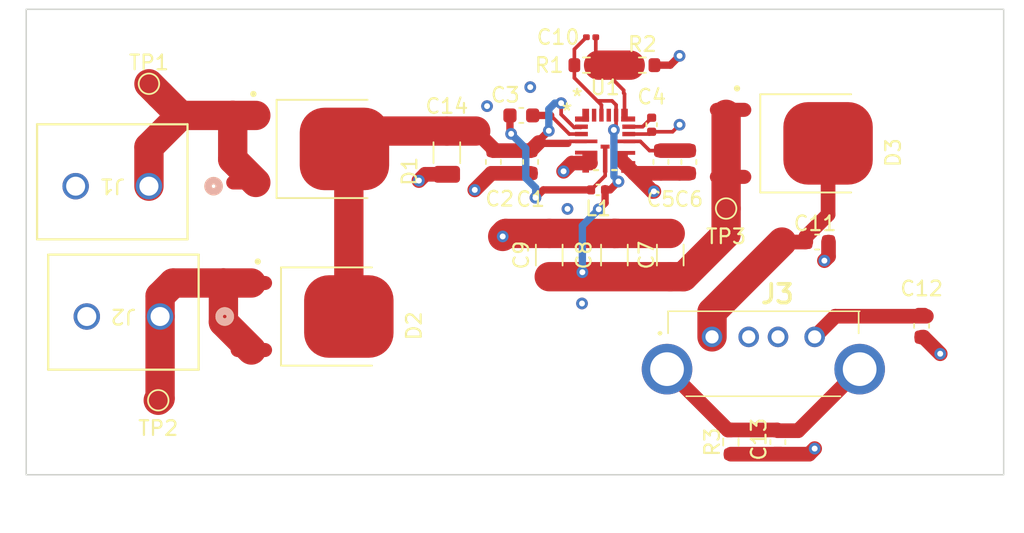
<source format=kicad_pcb>
(kicad_pcb (version 20221018) (generator pcbnew)
  (layers (0 "F.Cu" signal) (1 "In1.Cu" power) (2 "In2.Cu" power) (31 "B.Cu" signal) (34 "B.Paste" user) (35 "F.Paste" user) (36 "B.SilkS" user "B.Silkscreen") (37 "F.SilkS" user "F.Silkscreen") (38 "B.Mask" user) (39 "F.Mask" user) (44 "Edge.Cuts" user))
  (net 0 "")
  (net 1 "GND")
  (net 2 "Net-(D2-A-Pad1)")
  (net 3 "Net-(D1-K)")
  (net 4 "Net-(U1-BST)")
  (net 5 "Net-(U1-LX)")
  (net 6 "Net-(U1-BIAS)")
  (net 7 "Net-(C5-Pad1)")
  (net 8 "Net-(U1-OUT)")
  (net 9 "Net-(U1-FB)")
  (net 10 "Net-(D3-K)")
  (net 11 "Net-(C12-Pad2)")
  (net 12 "Net-(C13-Pad1)")
  (net 13 "Net-(D1-A-Pad1)")
  (footprint "Capacitor_SMD:C_1206_3216Metric" (layer "F.Cu") (at 183.515 110.744 -90)
    (fp_text reference "C8" (at 0 2.08 90) (layer "F.SilkS"))
    (fp_text value "100uF")
    (fp_line (start -0.711252 -0.91) (end 0.711252 -0.91) (stroke (width 0.12)) (layer "F.SilkS"))
    (fp_line (start -0.711252 0.91) (end 0.711252 0.91) (stroke (width 0.12)) (layer "F.SilkS"))
    (pad "1" smd roundrect (at -1.475 0 270) (size 1.15 1.8) (layers "F.Cu" "F.Paste" "F.Mask") (roundrect_rratio 0.2173913043) (net 1 "GND"))
    (pad "2" smd roundrect (at 1.475 0 270) (size 1.15 1.8) (layers "F.Cu" "F.Paste" "F.Mask") (roundrect_rratio 0.2173913043) (net 8 "Net-(U1-OUT)"))
  )
  (footprint "Capacitor_SMD:C_0603_1608Metric" (layer "F.Cu") (at 197.345 109.855)
    (fp_text reference "C11" (at -0.14 -1.27) (layer "F.SilkS"))
    (fp_text value "0.1uF")
    (fp_line (start -0.14058 -0.51) (end 0.14058 -0.51) (stroke (width 0.12)) (layer "F.SilkS"))
    (fp_line (start -0.14058 0.51) (end 0.14058 0.51) (stroke (width 0.12)) (layer "F.SilkS"))
    (pad "1" smd roundrect (at -0.775 0) (size 0.9 0.95) (layers "F.Cu" "F.Paste" "F.Mask") (net 10 "Net-(D3-K)"))
    (pad "2" smd roundrect (at 0.775 0) (size 0.9 0.95) (layers "F.Cu" "F.Paste" "F.Mask") (net 1 "GND"))
  )
  (footprint "Resistor_SMD:R_0603_1608Metric" (layer "F.Cu") (at 185.42 97.79)
    (fp_text reference "R2" (at 0 -1.43) (layer "F.SilkS"))
    (fp_text value "10k")
    (fp_line (start -0.237258 -0.5225) (end 0.237258 -0.5225) (stroke (width 0.12)) (layer "F.SilkS"))
    (fp_line (start -0.237258 0.5225) (end 0.237258 0.5225) (stroke (width 0.12)) (layer "F.SilkS"))
    (pad "1" smd roundrect (at -0.825 0) (size 0.8 0.95) (layers "F.Cu" "F.Paste" "F.Mask") (net 9 "Net-(U1-FB)"))
    (pad "2" smd roundrect (at 0.825 0) (size 0.8 0.95) (layers "F.Cu" "F.Paste" "F.Mask") (net 1 "GND"))
  )
  (footprint "buck_lib:DPAK228P990X239-4N" (layer "F.Cu") (at 162.59 103.505 -90)
    (fp_text reference "D1" (at 1.524 -6.955 90) (layer "F.SilkS"))
    (fp_text value "D_Schottky_AKA")
    (fp_line (start -3.35 2.115) (end -3.35 -4.085) (stroke (width 0.127)) (layer "F.SilkS"))
    (fp_line (start 3.35 -4.085) (end 3.35 2.115) (stroke (width 0.127)) (layer "F.SilkS"))
    (fp_line (start 3.35 2.115) (end -3.35 2.115) (stroke (width 0.127)) (layer "F.SilkS"))
    (fp_circle (center -3.75 3.7) (end -3.638197 3.7) (stroke (width 0.2)) (fill none) (layer "F.SilkS"))
    (pad "1" smd roundrect (at -2.286 4.14 270) (size 0.96 2.83) (layers "F.Cu" "F.Paste" "F.Mask") (roundrect_rratio 0.5) (net 13 "Net-(D1-A-Pad1)"))
    (pad "2" smd roundrect (at 0 -2.51 270) (size 5.63 6.1) (layers "F.Cu" "F.Mask") (roundrect_rratio 0.3) (net 3 "Net-(D1-K)"))
    (pad "3" smd roundrect (at 2.286 4.14 270) (size 0.96 2.83) (layers "F.Cu" "F.Paste" "F.Mask") (roundrect_rratio 0.5) (net 13 "Net-(D1-A-Pad1)"))
  )
  (footprint "Capacitor_SMD:C_0402_1005Metric" (layer "F.Cu") (at 186.055 101.854 -90)
    (fp_text reference "C4" (at -1.905 0 -180) (layer "F.SilkS"))
    (fp_text value "2.2uF")
    (fp_line (start -0.107836 -0.36) (end 0.107836 -0.36) (stroke (width 0.12)) (layer "F.SilkS"))
    (fp_line (start -0.107836 0.36) (end 0.107836 0.36) (stroke (width 0.12)) (layer "F.SilkS"))
    (pad "1" smd roundrect (at -0.48 0 270) (size 0.56 0.62) (layers "F.Cu" "F.Paste" "F.Mask") (net 6 "Net-(U1-BIAS)"))
    (pad "2" smd roundrect (at 0.48 0 270) (size 0.56 0.62) (layers "F.Cu" "F.Paste" "F.Mask") (net 1 "GND"))
  )
  (footprint "Capacitor_SMD:C_1206_3216Metric" (layer "F.Cu") (at 187.325 110.744 -90)
    (fp_text reference "C7" (at 0 1.62 90) (layer "F.SilkS"))
    (fp_text value "100uF")
    (fp_line (start -0.711252 -0.91) (end 0.711252 -0.91) (stroke (width 0.12)) (layer "F.SilkS"))
    (fp_line (start -0.711252 0.91) (end 0.711252 0.91) (stroke (width 0.12)) (layer "F.SilkS"))
    (pad "1" smd roundrect (at -1.475 0 270) (size 1.15 1.8) (layers "F.Cu" "F.Paste" "F.Mask") (roundrect_rratio 0.2173913043) (net 1 "GND"))
    (pad "2" smd roundrect (at 1.475 0 270) (size 1.15 1.8) (layers "F.Cu" "F.Paste" "F.Mask") (roundrect_rratio 0.2173913043) (net 8 "Net-(U1-OUT)"))
  )
  (footprint "Resistor_SMD:R_0603_1608Metric" (layer "F.Cu") (at 191.46 123.5 -90)
    (fp_text reference "R3" (at 0 1.27 90) (layer "F.SilkS"))
    (fp_text value "100k")
    (fp_line (start -0.237258 -0.5225) (end 0.237258 -0.5225) (stroke (width 0.12)) (layer "F.SilkS"))
    (fp_line (start -0.237258 0.5225) (end 0.237258 0.5225) (stroke (width 0.12)) (layer "F.SilkS"))
    (pad "1" smd roundrect (at -0.825 0 270) (size 0.8 0.95) (layers "F.Cu" "F.Paste" "F.Mask") (net 12 "Net-(C13-Pad1)"))
    (pad "2" smd roundrect (at 0.825 0 270) (size 0.8 0.95) (layers "F.Cu" "F.Paste" "F.Mask") (net 1 "GND"))
  )
  (footprint "MountingHole:MountingHole_2.2mm_M2" (layer "F.Cu") (at 147.87 121.36)
    (fp_text reference "H3")
    (fp_text value "MountingHole")
    (pad "" np_thru_hole circle (at 0 0) (size 2.2 2.2) (drill 2.2) (layers "*.Cu" "*.Mask"))
  )
  (footprint "Capacitor_SMD:C_0603_1608Metric" (layer "F.Cu") (at 194.665 123.5 -90)
    (fp_text reference "C13" (at -0.19 1.3 90) (layer "F.SilkS"))
    (fp_text value "0.1uF")
    (fp_line (start -0.14058 -0.51) (end 0.14058 -0.51) (stroke (width 0.12)) (layer "F.SilkS"))
    (fp_line (start -0.14058 0.51) (end 0.14058 0.51) (stroke (width 0.12)) (layer "F.SilkS"))
    (pad "1" smd roundrect (at -0.775 0 270) (size 0.9 0.95) (layers "F.Cu" "F.Paste" "F.Mask") (net 12 "Net-(C13-Pad1)"))
    (pad "2" smd roundrect (at 0.775 0 270) (size 0.9 0.95) (layers "F.Cu" "F.Paste" "F.Mask") (net 1 "GND"))
  )
  (footprint "Capacitor_SMD:C_0603_1608Metric" (layer "F.Cu") (at 204.47 115.57 90)
    (fp_text reference "C12" (at 2.54 0 180) (layer "F.SilkS"))
    (fp_text value "0.1uF")
    (fp_line (start -0.14058 -0.51) (end 0.14058 -0.51) (stroke (width 0.12)) (layer "F.SilkS"))
    (fp_line (start -0.14058 0.51) (end 0.14058 0.51) (stroke (width 0.12)) (layer "F.SilkS"))
    (pad "1" smd roundrect (at -0.775 0 90) (size 0.9 0.95) (layers "F.Cu" "F.Paste" "F.Mask") (net 1 "GND"))
    (pad "2" smd roundrect (at 0.775 0 90) (size 0.9 0.95) (layers "F.Cu" "F.Paste" "F.Mask") (net 11 "Net-(C12-Pad2)"))
  )
  (footprint "Capacitor_SMD:C_0603_1608Metric" (layer "F.Cu") (at 177.165 101.219 180)
    (fp_text reference "C3" (at 1.0922 1.397) (layer "F.SilkS"))
    (fp_text value "0.1uF")
    (fp_line (start -0.14058 -0.51) (end 0.14058 -0.51) (stroke (width 0.12)) (layer "F.SilkS"))
    (fp_line (start -0.14058 0.51) (end 0.14058 0.51) (stroke (width 0.12)) (layer "F.SilkS"))
    (pad "1" smd roundrect (at -0.775 0 180) (size 0.9 0.95) (layers "F.Cu" "F.Paste" "F.Mask") (net 4 "Net-(U1-BST)"))
    (pad "2" smd roundrect (at 0.775 0 180) (size 0.9 0.95) (layers "F.Cu" "F.Paste" "F.Mask") (net 5 "Net-(U1-LX)"))
  )
  (footprint "buck_lib:DPAK228P990X239-4N" (layer "F.Cu") (at 162.89 114.935 -90)
    (fp_text reference "D2" (at 0.635 -6.955 90) (layer "F.SilkS"))
    (fp_text value "D_Schottky_AKA")
    (fp_line (start -3.35 2.115) (end -3.35 -4.085) (stroke (width 0.127)) (layer "F.SilkS"))
    (fp_line (start 3.35 -4.085) (end 3.35 2.115) (stroke (width 0.127)) (layer "F.SilkS"))
    (fp_line (start 3.35 2.115) (end -3.35 2.115) (stroke (width 0.127)) (layer "F.SilkS"))
    (fp_circle (center -3.75 3.7) (end -3.638197 3.7) (stroke (width 0.2)) (fill none) (layer "F.SilkS"))
    (pad "1" smd roundrect (at -2.286 4.14 270) (size 0.96 2.83) (layers "F.Cu" "F.Paste" "F.Mask") (roundrect_rratio 0.5) (net 2 "Net-(D2-A-Pad1)"))
    (pad "2" smd roundrect (at 0 -2.51 270) (size 5.63 6.1) (layers "F.Cu" "F.Mask") (roundrect_rratio 0.3) (net 3 "Net-(D1-K)"))
    (pad "3" smd roundrect (at 2.286 4.14 270) (size 0.96 2.83) (layers "F.Cu" "F.Paste" "F.Mask") (roundrect_rratio 0.5) (net 2 "Net-(D2-A-Pad1)"))
  )
  (footprint "Capacitor_SMD:C_0201_0603Metric" (layer "F.Cu") (at 181.925 95.885)
    (fp_text reference "C10" (at -2.25 0) (layer "F.SilkS"))
    (fp_text value "56pF")
    (pad "1" smd roundrect (at -0.32 0) (size 0.46 0.4) (layers "F.Cu" "F.Mask") (net 8 "Net-(U1-OUT)"))
    (pad "2" smd roundrect (at 0.32 0) (size 0.46 0.4) (layers "F.Cu" "F.Mask") (net 9 "Net-(U1-FB)"))
  )
  (footprint "TestPoint:TestPoint_Pad_D1.0mm" (layer "F.Cu") (at 191.135 107.569)
    (fp_text reference "TP3" (at 0 1.905) (layer "F.SilkS"))
    (fp_text value "TestPoint")
    (fp_circle (center 0 0) (end 0 0.7) (stroke (width 0.12)) (fill none) (layer "F.SilkS"))
    (pad "1" smd circle (at 0 0) (size 1 1) (layers "F.Cu" "F.Mask") (net 8 "Net-(U1-OUT)"))
  )
  (footprint "buck_lib:CONN2_710002_WRE" (layer "F.Cu") (at 152.5251 114.935 180)
    (fp_text reference "J2" (at 2.5 0 180 unlocked) (layer "F.SilkS"))
    (fp_text value "691137710002")
    (fp_circle (center -4.4088 0) (end -4.0278 0) (stroke (width 0.508)) (fill none) (layer "B.SilkS"))
    (fp_line (start -2.6308 -3.627001) (end -2.6308 4.221599) (stroke (width 0.1524)) (layer "F.SilkS"))
    (fp_line (start -2.6308 4.221599) (end 7.6308 4.221599) (stroke (width 0.1524)) (layer "F.SilkS"))
    (fp_line (start 7.6308 -3.627001) (end -2.6308 -3.627001) (stroke (width 0.1524)) (layer "F.SilkS"))
    (fp_line (start 7.6308 4.221599) (end 7.6308 -3.627001) (stroke (width 0.1524)) (layer "F.SilkS"))
    (fp_circle (center -4.4088 0) (end -4.0278 0) (stroke (width 0.508)) (fill none) (layer "F.SilkS"))
    (pad "1" thru_hole circle (at 0 0 180) (size 1.8034 1.8034) (drill 1.2954) (layers "*.Cu" "*.Mask") (net 2 "Net-(D2-A-Pad1)"))
    (pad "2" thru_hole circle (at 5 0 180) (size 1.8034 1.8034) (drill 1.2954) (layers "*.Cu" "*.Mask") (net 1 "GND"))
  )
  (footprint "buck_lib:21-100700_90-100240_ADI" (layer "F.Cu") (at 182.88 102.939)
    (fp_text reference "U1" (at 0 -3.625 unlocked) (layer "F.SilkS"))
    (fp_text value "~")
    (fp_text user "*" (at -1.905 -2.99) (layer "F.SilkS"))
    (fp_text user "*" (at -2.6088 -1.9994 unlocked) (layer "F.SilkS"))
    (fp_line (start -0.48274 2.0066) (end -0.76726 2.0066) (stroke (width 0.1524)) (layer "F.SilkS"))
    (fp_line (start 0.76726 2.0066) (end 0.48274 2.0066) (stroke (width 0.1524)) (layer "F.SilkS"))
    (pad "1" smd rect (at -1.612499 -0.950001) (size 0.875005 0.299999) (layers "F.Cu" "F.Paste" "F.Mask") (net 3 "Net-(D1-K)"))
    (pad "2" smd rect (at -1.612499 -0.45) (size 0.875005 0.299999) (layers "F.Cu" "F.Paste" "F.Mask") (net 4 "Net-(U1-BST)"))
    (pad "3" smd rect (at -1.287499 0.049999) (size 1.524991 0.250012) (layers "F.Cu" "F.Paste" "F.Mask") (net 3 "Net-(D1-K)"))
    (pad "4" smd custom (at -1.287499 0.825001) (size 1.524991 0.250012) (layers "F.Cu" "F.Paste" "F.Mask") (net 1 "GND") (options (clearance outline) (anchor rect)) (primitives (gr_poly (pts (xy -0.761901 -0.139201) (xy -0.761901 0.110799) (xy -0.261901 0.110799) (xy -0.261901 0.560799) (xy -0.761901 0.560799) (xy -0.761901 0.810799) (xy -0.261901 0.810799) (xy -0.261901 1.355799) (xy 0.188099 1.355799) (xy 0.188099 0.810799) (xy 0.744349 0.810799) (xy 0.763099 0.792049) (xy 0.763099 -0.120451) (xy 0.744349 -0.139201)) (width 0) (fill yes))))
    (pad "5" smd rect (at -1.287499 1.525001) (size 1.524991 0.250012) (layers "F.Cu" "F.Paste" "F.Mask") (net 1 "GND"))
    (pad "6" smd custom (at 0.005 1.2275 90) (size 1.895 0.31) (layers "F.Cu" "F.Paste" "F.Mask") (net 5 "Net-(U1-LX)") (options (clearance outline) (anchor rect)) (primitives (gr_poly (pts (xy 0.9475 -0.305) (xy 0.9475 0.295) (xy 0.6875 0.295) (xy 0.6875 -0.305)) (width 0.01) (fill yes))))
    (pad "7" smd rect (at 1.287499 1.525001) (size 1.524991 0.250012) (layers "F.Cu" "F.Paste" "F.Mask") (net 1 "GND"))
    (pad "8" smd custom (at 1.29 0.84) (size 1.524991 0.250012) (layers "F.Cu" "F.Paste" "F.Mask") (net 1 "GND") (options (clearance outline) (anchor rect)) (primitives (gr_poly (pts (xy 0.761901 -0.139201) (xy 0.761901 0.110799) (xy 0.261901 0.110799) (xy 0.261901 0.560799) (xy 0.761901 0.560799) (xy 0.761901 0.810799) (xy 0.261901 0.810799) (xy 0.261901 1.355799) (xy -0.188099 1.355799) (xy -0.188099 0.810799) (xy -0.744349 0.810799) (xy -0.763099 0.792049) (xy -0.763099 -0.120451) (xy -0.744349 -0.139201)) (width 0) (fill yes))))
    (pad "9" smd rect (at 1.287499 0.049999) (size 1.524991 0.250012) (layers "F.Cu" "F.Paste" "F.Mask") (net 7 "Net-(C5-Pad1)"))
    (pad "10" smd rect (at 1.612499 -0.45) (size 0.875005 0.299999) (layers "F.Cu" "F.Paste" "F.Mask") (net 1 "GND"))
    (pad "11" smd rect (at 1.612499 -0.950001) (size 0.875005 0.299999) (layers "F.Cu" "F.Paste" "F.Mask") (net 6 "Net-(U1-BIAS)"))
    (pad "12" smd rect (at 1.325 -1.738749 90) (size 0.872502 0.449999) (layers "F.Cu" "F.Paste" "F.Mask") (net 9 "Net-(U1-FB)"))
    (pad "12" smd rect (at 1.574999 -1.476248 180) (size 0.949998 0.3475) (layers "F.Cu" "F.Paste" "F.Mask") (net 9 "Net-(U1-FB)"))
    (pad "13" smd rect (at 0.749999 -1.737497 90) (size 0.875005 0.299999) (layers "F.Cu" "F.Paste" "F.Mask") (net 8 "Net-(U1-OUT)"))
    (pad "14" smd rect (at 0.249999 -1.737497 90) (size 0.875005 0.299999) (layers "F.Cu" "F.Paste" "F.Mask"))
    (pad "15" smd rect (at -0.250001 -1.737497 90) (size 0.875005 0.299999) (layers "F.Cu" "F.Paste" "F.Mask") (net 8 "Net-(U1-OUT)"))
    (pad "16" smd rect (at -0.750001 -1.737497 90) (size 0.875005 0.299999) (layers "F.Cu" "F.Paste" "F.Mask"))
    (pad "17" smd rect (at -1.571873 -1.472499) (size 0.95625 0.354998) (layers "F.Cu" "F.Paste" "F.Mask"))
    (pad "17" smd rect (at -1.324373 -1.735625 270) (size 0.88125 0.46125) (layers "F.Cu" "F.Paste" "F.Mask"))
  )
  (footprint "Capacitor_SMD:C_0603_1608Metric" (layer "F.Cu") (at 175.26 104.394 -90)
    (fp_text reference "C2" (at 2.5146 -0.4318 -180) (layer "F.SilkS"))
    (fp_text value "10uF")
    (fp_line (start -0.14058 -0.51) (end 0.14058 -0.51) (stroke (width 0.12)) (layer "F.SilkS"))
    (fp_line (start -0.14058 0.51) (end 0.14058 0.51) (stroke (width 0.12)) (layer "F.SilkS"))
    (pad "1" smd roundrect (at -0.775 0 270) (size 0.9 0.95) (layers "F.Cu" "F.Paste" "F.Mask") (net 3 "Net-(D1-K)"))
    (pad "2" smd roundrect (at 0.775 0 270) (size 0.9 0.95) (layers "F.Cu" "F.Paste" "F.Mask") (net 1 "GND"))
  )
  (footprint "buck_lib:CONN2_710002_WRE" (layer "F.Cu") (at 151.765 106.045 180)
    (fp_text reference "J1" (at 2.5 0 180 unlocked) (layer "F.SilkS"))
    (fp_text value "691137710002")
    (fp_circle (center -4.4088 0) (end -4.0278 0) (stroke (width 0.508)) (fill none) (layer "B.SilkS"))
    (fp_line (start -2.6308 -3.627001) (end -2.6308 4.221599) (stroke (width 0.1524)) (layer "F.SilkS"))
    (fp_line (start -2.6308 4.221599) (end 7.6308 4.221599) (stroke (width 0.1524)) (layer "F.SilkS"))
    (fp_line (start 7.6308 -3.627001) (end -2.6308 -3.627001) (stroke (width 0.1524)) (layer "F.SilkS"))
    (fp_line (start 7.6308 4.221599) (end 7.6308 -3.627001) (stroke (width 0.1524)) (layer "F.SilkS"))
    (fp_circle (center -4.4088 0) (end -4.0278 0) (stroke (width 0.508)) (fill none) (layer "F.SilkS"))
    (pad "1" thru_hole circle (at 0 0 180) (size 1.8034 1.8034) (drill 1.2954) (layers "*.Cu" "*.Mask") (net 13 "Net-(D1-A-Pad1)"))
    (pad "2" thru_hole circle (at 5 0 180) (size 1.8034 1.8034) (drill 1.2954) (layers "*.Cu" "*.Mask") (net 1 "GND"))
  )
  (footprint "Capacitor_SMD:C_1206_3216Metric" (layer "F.Cu") (at 172.085 103.759 -90)
    (fp_text reference "C14" (at -3.175 0 -180) (layer "F.SilkS"))
    (fp_text value "100uF")
    (fp_line (start -0.711252 -0.91) (end 0.711252 -0.91) (stroke (width 0.12)) (layer "F.SilkS"))
    (fp_line (start -0.711252 0.91) (end 0.711252 0.91) (stroke (width 0.12)) (layer "F.SilkS"))
    (pad "1" smd roundrect (at -1.475 0 270) (size 1.15 1.8) (layers "F.Cu" "F.Paste" "F.Mask") (roundrect_rratio 0.2173913043) (net 3 "Net-(D1-K)"))
    (pad "2" smd roundrect (at 1.475 0 270) (size 1.15 1.8) (layers "F.Cu" "F.Paste" "F.Mask") (roundrect_rratio 0.2173913043) (net 1 "GND"))
  )
  (footprint "MountingHole:MountingHole_2.2mm_M2" (layer "F.Cu") (at 205.84 121.3)
    (fp_text reference "H4")
    (fp_text value "MountingHole")
    (pad "" np_thru_hole circle (at 0 0) (size 2.2 2.2) (drill 2.2) (layers "*.Cu" "*.Mask"))
  )
  (footprint "Capacitor_SMD:C_1206_3216Metric" (layer "F.Cu") (at 179.07 110.744 -90)
    (fp_text reference "C9" (at 0 1.905 90) (layer "F.SilkS"))
    (fp_text value "100uF")
    (fp_line (start -0.711252 -0.91) (end 0.711252 -0.91) (stroke (width 0.12)) (layer "F.SilkS"))
    (fp_line (start -0.711252 0.91) (end 0.711252 0.91) (stroke (width 0.12)) (layer "F.SilkS"))
    (pad "1" smd roundrect (at -1.475 0 270) (size 1.15 1.8) (layers "F.Cu" "F.Paste" "F.Mask") (roundrect_rratio 0.2173913043) (net 1 "GND"))
    (pad "2" smd roundrect (at 1.475 0 270) (size 1.15 1.8) (layers "F.Cu" "F.Paste" "F.Mask") (roundrect_rratio 0.2173913043) (net 8 "Net-(U1-OUT)"))
  )
  (footprint "buck_lib:DPAK228P990X239-4N" (layer "F.Cu") (at 195.58 103.124 -90)
    (fp_text reference "D3" (at 0.635 -6.955 90) (layer "F.SilkS"))
    (fp_text value "D_Schottky_AKA")
    (fp_line (start -3.35 2.115) (end -3.35 -4.085) (stroke (width 0.127)) (layer "F.SilkS"))
    (fp_line (start 3.35 -4.085) (end 3.35 2.115) (stroke (width 0.127)) (layer "F.SilkS"))
    (fp_line (start 3.35 2.115) (end -3.35 2.115) (stroke (width 0.127)) (layer "F.SilkS"))
    (fp_circle (center -3.75 3.7) (end -3.638197 3.7) (stroke (width 0.2)) (fill none) (layer "F.SilkS"))
    (pad "1" smd roundrect (at -2.286 4.14 270) (size 0.96 2.83) (layers "F.Cu" "F.Paste" "F.Mask") (roundrect_rratio 0.5) (net 8 "Net-(U1-OUT)"))
    (pad "2" smd roundrect (at 0 -2.51 270) (size 5.63 6.1) (layers "F.Cu" "F.Mask") (roundrect_rratio 0.3) (net 10 "Net-(D3-K)"))
    (pad "3" smd roundrect (at 2.286 4.14 270) (size 0.96 2.83) (layers "F.Cu" "F.Paste" "F.Mask") (roundrect_rratio 0.5) (net 8 "Net-(U1-OUT)"))
  )
  (footprint "MountingHole:MountingHole_2.2mm_M2" (layer "F.Cu") (at 205.84 98.31)
    (fp_text reference "H2")
    (fp_text value "MountingHole")
    (pad "" np_thru_hole circle (at 0 0) (size 2.2 2.2) (drill 2.2) (layers "*.Cu" "*.Mask"))
  )
  (footprint "Resistor_SMD:R_0603_1608Metric" (layer "F.Cu") (at 181.61 97.79)
    (fp_text reference "R1" (at -2.54 0) (layer "F.SilkS"))
    (fp_text value "51.1k")
    (fp_line (start -0.237258 -0.5225) (end 0.237258 -0.5225) (stroke (width 0.12)) (layer "F.SilkS"))
    (fp_line (start -0.237258 0.5225) (end 0.237258 0.5225) (stroke (width 0.12)) (layer "F.SilkS"))
    (pad "1" smd roundrect (at -0.825 0) (size 0.8 0.95) (layers "F.Cu" "F.Paste" "F.Mask") (net 8 "Net-(U1-OUT)"))
    (pad "2" smd roundrect (at 0.825 0) (size 0.8 0.95) (layers "F.Cu" "F.Paste" "F.Mask") (net 9 "Net-(U1-FB)"))
  )
  (footprint "buck_lib:UJ2AV4TH" (layer "F.Cu") (at 190.175 116.325)
    (fp_text reference "J3" (at 4.46 -2.921) (layer "F.SilkS") (effects (font (size 1.27 1.27) (thickness 0.254))))
    (fp_text value "UJ2-AV-4-TH" hide)
    (fp_line (start -3.6 -0.25) (end -3.6 -0.25) (stroke (width 0.2)) (layer "F.SilkS"))
    (fp_line (start -3.6 -0.25) (end -3.6 -0.25) (stroke (width 0.2)) (layer "F.SilkS"))
    (fp_line (start -3.5 -0.25) (end -3.5 -0.25) (stroke (width 0.2)) (layer "F.SilkS"))
    (fp_line (start -3 -1.75) (end -3 -1.75) (stroke (width 0.1)) (layer "F.SilkS"))
    (fp_line (start -3 -1.75) (end -3 -1.75) (stroke (width 0.1)) (layer "F.SilkS"))
    (fp_line (start -3 -1.75) (end -3 -0.25) (stroke (width 0.1)) (layer "F.SilkS"))
    (fp_line (start -3 -1.75) (end 10.07 -1.75) (stroke (width 0.1)) (layer "F.SilkS"))
    (fp_line (start -3 -0.25) (end -3 -1.75) (stroke (width 0.1)) (layer "F.SilkS"))
    (fp_line (start -3 -0.25) (end -3 -0.25) (stroke (width 0.1)) (layer "F.SilkS"))
    (fp_line (start -1.75 4.05) (end -1.75 4.05) (stroke (width 0.1)) (layer "F.SilkS"))
    (fp_line (start -1.75 4.05) (end 8.75 4.05) (stroke (width 0.1)) (layer "F.SilkS"))
    (fp_line (start 8.75 4.05) (end -1.75 4.05) (stroke (width 0.1)) (layer "F.SilkS"))
    (fp_line (start 8.75 4.05) (end 8.75 4.05) (stroke (width 0.1)) (layer "F.SilkS"))
    (fp_line (start 10 -1.75) (end 10 -1.75) (stroke (width 0.1)) (layer "F.SilkS"))
    (fp_line (start 10 -1.75) (end 10 -0.25) (stroke (width 0.1)) (layer "F.SilkS"))
    (fp_line (start 10 -0.25) (end 10 -1.75) (stroke (width 0.1)) (layer "F.SilkS"))
    (fp_line (start 10 -0.25) (end 10 -0.25) (stroke (width 0.1)) (layer "F.SilkS"))
    (fp_line (start 10.07 -1.75) (end -3 -1.75) (stroke (width 0.1)) (layer "F.SilkS"))
    (fp_line (start 10.07 -1.75) (end 10.07 -1.75) (stroke (width 0.1)) (layer "F.SilkS"))
    (fp_arc (start -3.6 -0.25) (mid -3.55 -0.3) (end -3.5 -0.25) (stroke (width 0.2)) (layer "F.SilkS"))
    (fp_arc (start -3.5 -0.25) (mid -3.55 -0.2) (end -3.6 -0.25) (stroke (width 0.2)) (layer "F.SilkS"))
    (fp_arc (start -3.5 -0.25) (mid -3.55 -0.2) (end -3.6 -0.25) (stroke (width 0.2)) (layer "F.SilkS"))
    (pad "1" thru_hole circle (at 0 0) (size 1.4 1.4) (drill 0.9) (layers "*.Cu" "*.Mask") (net 10 "Net-(D3-K)"))
    (pad "2" thru_hole circle (at 2.5 0) (size 1.4 1.4) (drill 0.9) (layers "*.Cu" "*.Mask"))
    (pad "3" thru_hole circle (at 4.5 0) (size 1.4 1.4) (drill 0.9) (layers "*.Cu" "*.Mask"))
    (pad "4" thru_hole circle (at 7 0) (size 1.4 1.4) (drill 0.9) (layers "*.Cu" "*.Mask") (net 11 "Net-(C12-Pad2)"))
    (pad "MH1" thru_hole circle (at -3.07 2.2) (size 3.45 3.45) (drill 2.3) (layers "*.Cu" "*.Mask") (net 12 "Net-(C13-Pad1)"))
    (pad "MH2" thru_hole circle (at 10.07 2.2) (size 3.45 3.45) (drill 2.3) (layers "*.Cu" "*.Mask") (net 12 "Net-(C13-Pad1)"))
  )
  (footprint "TestPoint:TestPoint_Pad_D1.0mm" (layer "F.Cu") (at 151.765 99.06)
    (fp_text reference "TP1" (at 0 -1.448) (layer "F.SilkS"))
    (fp_text value "TestPoint")
    (fp_circle (center 0 0) (end 0 0.7) (stroke (width 0.12)) (fill none) (layer "F.SilkS"))
    (pad "1" smd circle (at 0 0) (size 1 1) (layers "F.Cu" "F.Mask") (net 13 "Net-(D1-A-Pad1)"))
  )
  (footprint "TestPoint:TestPoint_Pad_D1.0mm" (layer "F.Cu") (at 152.4 120.65)
    (fp_text reference "TP2" (at 0 1.905) (layer "F.SilkS"))
    (fp_text value "TestPoint")
    (fp_circle (center 0 0) (end 0 0.7) (stroke (width 0.12)) (fill none) (layer "F.SilkS"))
    (pad "1" smd circle (at 0 0) (size 1 1) (layers "F.Cu" "F.Mask") (net 2 "Net-(D2-A-Pad1)"))
  )
  (footprint "Capacitor_SMD:C_0402_1005Metric" (layer "F.Cu") (at 182.4 106.299)
    (fp_text reference "L1" (at 0 1.27) (layer "F.SilkS"))
    (fp_text value "2.2uH")
    (fp_line (start -0.107836 -0.36) (end 0.107836 -0.36) (stroke (width 0.12)) (layer "F.SilkS"))
    (fp_line (start -0.107836 0.36) (end 0.107836 0.36) (stroke (width 0.12)) (layer "F.SilkS"))
    (pad "1" smd roundrect (at -0.48 0) (size 0.56 0.62) (layers "F.Cu" "F.Paste" "F.Mask") (net 5 "Net-(U1-LX)"))
    (pad "2" smd roundrect (at 0.48 0) (size 0.56 0.62) (layers "F.Cu" "F.Paste" "F.Mask") (net 8 "Net-(U1-OUT)"))
  )
  (footprint "Capacitor_SMD:C_0603_1608Metric" (layer "F.Cu") (at 188.595 104.394 -90)
    (fp_text reference "C6" (at 2.54 0) (layer "F.SilkS"))
    (fp_text value "10uF")
    (fp_line (start -0.14058 -0.51) (end 0.14058 -0.51) (stroke (width 0.12)) (layer "F.SilkS"))
    (fp_line (start -0.14058 0.51) (end 0.14058 0.51) (stroke (width 0.12)) (layer "F.SilkS"))
    (pad "1" smd roundrect (at -0.775 0 270) (size 0.9 0.95) (layers "F.Cu" "F.Paste" "F.Mask") (net 7 "Net-(C5-Pad1)"))
    (pad "2" smd roundrect (at 0.775 0 270) (size 0.9 0.95) (layers "F.Cu" "F.Paste" "F.Mask") (net 1 "GND"))
  )
  (footprint "Capacitor_SMD:C_0603_1608Metric" (layer "F.Cu") (at 177.8 104.394 -90)
    (fp_text reference "C1" (at 2.54 0 -180) (layer "F.SilkS"))
    (fp_text value "0.1uF")
    (fp_line (start -0.14058 -0.51) (end 0.14058 -0.51) (stroke (width 0.12)) (layer "F.SilkS"))
    (fp_line (start -0.14058 0.51) (end 0.14058 0.51) (stroke (width 0.12)) (layer "F.SilkS"))
    (pad "1" smd roundrect (at -0.775 0 270) (size 0.9 0.95) (layers "F.Cu" "F.Paste" "F.Mask") (net 3 "Net-(D1-K)"))
    (pad "2" smd roundrect (at 0.775 0 270) (size 0.9 0.95) (layers "F.Cu" "F.Paste" "F.Mask") (net 1 "GND"))
  )
  (footprint "MountingHole:MountingHole_2.2mm_M2" (layer "F.Cu") (at 147.81 98.31)
    (fp_text reference "H1")
    (fp_text value "MountingHole")
    (pad "" np_thru_hole circle (at 0 0) (size 2.2 2.2) (drill 2.2) (layers "*.Cu" "*.Mask"))
  )
  (footprint "Capacitor_SMD:C_0603_1608Metric" (layer "F.Cu") (at 186.69 104.394 -90)
    (fp_text reference "C5" (at 2.54 0) (layer "F.SilkS"))
    (fp_text value "0.1uF")
    (fp_line (start -0.14058 -0.51) (end 0.14058 -0.51) (stroke (width 0.12)) (layer "F.SilkS"))
    (fp_line (start -0.14058 0.51) (end 0.14058 0.51) (stroke (width 0.12)) (layer "F.SilkS"))
    (pad "1" smd roundrect (at -0.775 0 270) (size 0.9 0.95) (layers "F.Cu" "F.Paste" "F.Mask") (net 7 "Net-(C5-Pad1)"))
    (pad "2" smd roundrect (at 0.775 0 270) (size 0.9 0.95) (layers "F.Cu" "F.Paste" "F.Mask") (net 1 "GND"))
  )
  (gr_rect (start 143.3925 93.98) (end 210.0675 125.73) (stroke (width 0.1)) (fill none) (layer "Edge.Cuts"))
  (segment (start 187.325 97.79) (end 187.96 97.155) (width 0.5) (layer "F.Cu") (net 1))
  (segment (start 172.085 105.234) (end 170.61 105.234) (width 1) (layer "F.Cu") (net 1))
  (segment (start 186.245 97.79) (end 187.325 97.79) (width 0.5) (layer "F.Cu") (net 1))
  (segment (start 186.055 102.334) (end 187.48 102.334) (width 0.25) (layer "F.Cu") (net 1))
  (segment (start 175.26 105.169) (end 177.8 105.169) (width 1) (layer "F.Cu") (net 1))
  (segment (start 186.69 105.169) (end 184.872498 105.169) (width 1) (layer "F.Cu") (net 1))
  (segment (start 198.12 110.845) (end 197.84 111.125) (width 1) (layer "F.Cu") (net 1))
  (segment (start 181.885002 104.464001) (end 180.904999 104.464001) (width 1) (layer "F.Cu") (net 1))
  (segment (start 183.515 109.269) (end 179.07 109.269) (width 2) (layer "F.Cu") (net 1))
  (segment (start 180.612498 104.464001) (end 180.047499 105.029) (width 1) (layer "F.Cu") (net 1))
  (segment (start 196.795 124.325) (end 197.175 123.945) (width 1) (layer "F.Cu") (net 1))
  (segment (start 204.47 116.345) (end 204.61 116.345) (width 1) (layer "F.Cu") (net 1))
  (segment (start 198.12 110.845) (end 198.12 109.855) (width 1) (layer "F.Cu") (net 1))
  (segment (start 186.2074 106.4006) (end 186.104098 106.4006) (width 1) (layer "F.Cu") (net 1))
  (segment (start 176.1 109.269) (end 175.895 109.474) (width 2) (layer "F.Cu") (net 1))
  (segment (start 175.12 105.169) (end 173.99 106.299) (width 1) (layer "F.Cu") (net 1))
  (segment (start 191.46 124.325) (end 196.795 124.325) (width 1) (layer "F.Cu") (net 1))
  (segment (start 184.872498 105.169) (end 184.167499 104.464001) (width 1) (layer "F.Cu") (net 1))
  (segment (start 186.104098 106.4006) (end 184.872498 105.169) (width 1) (layer "F.Cu") (net 1))
  (segment (start 187.325 109.269) (end 183.515 109.269) (width 2) (layer "F.Cu") (net 1))
  (segment (start 172.15 105.169) (end 172.085 105.234) (width 1) (layer "F.Cu") (net 1))
  (segment (start 183.515 109.269) (end 183.72 109.269) (width 2) (layer "F.Cu") (net 1))
  (segment (start 187.48 102.334) (end 187.96 101.854) (width 0.25) (layer "F.Cu") (net 1))
  (segment (start 175.26 105.169) (end 175.12 105.169) (width 1) (layer "F.Cu") (net 1))
  (segment (start 170.61 105.234) (end 170.18 105.664) (width 1) (layer "F.Cu") (net 1))
  (segment (start 204.61 116.345) (end 205.74 117.475) (width 1) (layer "F.Cu") (net 1))
  (segment (start 179.07 109.269) (end 176.1 109.269) (width 2) (layer "F.Cu") (net 1))
  (segment (start 184.492499 102.489) (end 185.9 102.489) (width 0.25) (layer "F.Cu") (net 1))
  (segment (start 188.595 105.169) (end 187.96 105.169) (width 1) (layer "F.Cu") (net 1))
  (segment (start 187.96 105.169) (end 186.69 105.169) (width 1) (layer "F.Cu") (net 1))
  (segment (start 185.9 102.489) (end 186.055 102.334) (width 0.25) (layer "F.Cu") (net 1))
  (via (at 187.96 101.854) (size 0.8) (drill 0.4) (layers "F.Cu" "B.Cu") (net 1))
  (via (at 177.7746 99.2886) (size 0.8) (drill 0.4) (layers "F.Cu" "B.Cu") (net 1))
  (via (at 180.047499 105.029) (size 0.8) (drill 0.4) (layers "F.Cu" "B.Cu") (net 1))
  (via (at 197.84 111.125) (size 0.8) (drill 0.4) (layers "F.Cu" "B.Cu") (net 1))
  (via (at 186.2074 106.4006) (size 0.8) (drill 0.4) (layers "F.Cu" "B.Cu") (net 1))
  (via (at 197.175 123.945) (size 0.8) (drill 0.4) (layers "F.Cu" "B.Cu") (net 1))
  (via (at 205.74 117.475) (size 0.8) (drill 0.4) (layers "F.Cu" "B.Cu") (net 1))
  (via (at 170.18 105.664) (size 0.8) (drill 0.4) (layers "F.Cu" "B.Cu") (net 1))
  (via (at 175.895 109.474) (size 0.8) (drill 0.4) (layers "F.Cu" "B.Cu") (net 1))
  (via (at 181.3052 114.046) (size 0.8) (drill 0.4) (layers "F.Cu" "B.Cu") (net 1))
  (via (at 173.99 106.299) (size 0.8) (drill 0.4) (layers "F.Cu" "B.Cu") (net 1))
  (via (at 180.3146 107.5944) (size 0.8) (drill 0.4) (layers "F.Cu" "B.Cu") (net 1))
  (via (at 174.8282 100.584) (size 0.8) (drill 0.4) (layers "F.Cu" "B.Cu") (net 1))
  (via (at 187.96 97.155) (size 0.8) (drill 0.4) (layers "F.Cu" "B.Cu") (net 1))
  (segment (start 152.5251 113.5399) (end 153.416 112.649) (width 2) (layer "F.Cu") (net 2))
  (segment (start 152.5251 114.935) (end 152.5251 113.5399) (width 2) (layer "F.Cu") (net 2))
  (segment (start 152.5251 120.5249) (end 152.4 120.65) (width 2) (layer "F.Cu") (net 2))
  (segment (start 152.5251 114.935) (end 152.5251 120.5249) (width 2) (layer "F.Cu") (net 2))
  (segment (start 156.845 112.649) (end 158.75 112.649) (width 2) (layer "F.Cu") (net 2))
  (segment (start 153.416 112.649) (end 156.845 112.649) (width 2) (layer "F.Cu") (net 2))
  (segment (start 158.75 117.221) (end 156.845 115.316) (width 2) (layer "F.Cu") (net 2))
  (segment (start 156.845 115.316) (end 156.845 112.649) (width 2) (layer "F.Cu") (net 2))
  (segment (start 178.350001 103.068999) (end 178.350001 102.954999) (width 0.5) (layer "F.Cu") (net 3))
  (segment (start 165.4 103.81) (end 165.705 103.505) (width 2) (layer "F.Cu") (net 3))
  (segment (start 178.350001 102.954999) (end 179.041101 102.263899) (width 0.5) (layer "F.Cu") (net 3))
  (segment (start 180.475001 102.988999) (end 180.34 103.124) (width 0.25) (layer "F.Cu") (net 3))
  (segment (start 181.267501 101.988999) (end 181.222499 102.034001) (width 0.25) (layer "F.Cu") (net 3))
  (segment (start 177.8 103.619) (end 178.350001 103.068999) (width 1) (layer "F.Cu") (net 3))
  (segment (start 181.592501 102.988999) (end 180.475001 102.988999) (width 0.25) (layer "F.Cu") (net 3))
  (segment (start 172.085 102.284) (end 166.926 102.284) (width 2) (layer "F.Cu") (net 3))
  (segment (start 175.26 103.489) (end 174.055 102.284) (width 1) (layer "F.Cu") (net 3))
  (segment (start 166.926 102.284) (end 165.705 103.505) (width 2) (layer "F.Cu") (net 3))
  (segment (start 181.222499 102.034001) (end 180.76989 102.034001) (width 0.25) (layer "F.Cu") (net 3))
  (segment (start 180.76989 102.034001) (end 179.8828 101.146911) (width 0.25) (layer "F.Cu") (net 3))
  (segment (start 172.085 102.284) (end 174.055 102.284) (width 2) (layer "F.Cu") (net 3))
  (segment (start 179.8828 101.146911) (end 179.8828 100.3808) (width 0.25) (layer "F.Cu") (net 3))
  (segment (start 178.405002 103.124) (end 180.34 103.124) (width 0.5) (layer "F.Cu") (net 3))
  (segment (start 175.26 103.619) (end 177.8 103.619) (width 1) (layer "F.Cu") (net 3))
  (segment (start 178.350001 103.068999) (end 178.405002 103.124) (width 0.5) (layer "F.Cu") (net 3))
  (segment (start 165.4 114.935) (end 165.4 103.81) (width 2) (layer "F.Cu") (net 3))
  (segment (start 175.26 103.619) (end 175.26 103.489) (width 1) (layer "F.Cu") (net 3))
  (via (at 179.8828 100.3808) (size 0.8) (drill 0.4) (layers "F.Cu" "B.Cu") (net 3))
  (via (at 179.041101 102.263899) (size 0.8) (drill 0.4) (layers "F.Cu" "B.Cu") (net 3))
  (segment (start 179.451 100.3808) (end 179.8828 100.3808) (width 0.5) (layer "B.Cu") (net 3))
  (segment (start 179.041101 100.790699) (end 179.451 100.3808) (width 0.5) (layer "B.Cu") (net 3))
  (segment (start 179.041101 102.263899) (end 179.07 102.235) (width 0.5) (layer "B.Cu") (net 3))
  (segment (start 179.041101 100.790699) (end 179.041101 102.263899) (width 0.5) (layer "B.Cu") (net 3))
  (segment (start 180.440001 102.489) (end 179.170001 101.219) (width 0.25) (layer "F.Cu") (net 4))
  (segment (start 177.94 101.219) (end 179.170001 101.219) (width 0.5) (layer "F.Cu") (net 4))
  (segment (start 181.267501 102.489) (end 180.440001 102.489) (width 0.25) (layer "F.Cu") (net 4))
  (segment (start 176.39 101.219) (end 176.39 102.39321) (width 0.5) (layer "F.Cu") (net 5))
  (segment (start 181.92 106.299) (end 182.885 105.334) (width 0.25) (layer "F.Cu") (net 5))
  (segment (start 178.1302 106.8324) (end 178.6636 106.299) (width 0.5) (layer "F.Cu") (net 5))
  (segment (start 176.39 102.39321) (end 176.471208 102.474418) (width 0.25) (layer "F.Cu") (net 5))
  (segment (start 182.885 105.334) (end 182.885 104.1665) (width 0.25) (layer "F.Cu") (net 5))
  (segment (start 178.6636 106.299) (end 181.92 106.299) (width 0.5) (layer "F.Cu") (net 5))
  (via (at 176.471208 102.474418) (size 0.8) (drill 0.4) (layers "F.Cu" "B.Cu") (net 5))
  (via (at 178.1302 106.8324) (size 0.8) (drill 0.4) (layers "F.Cu" "B.Cu") (net 5))
  (segment (start 178.145872 106.816728) (end 178.1302 106.8324) (width 0.5) (layer "B.Cu") (net 5))
  (segment (start 176.471208 102.474418) (end 177.4698 103.47301) (width 0.5) (layer "B.Cu") (net 5))
  (segment (start 177.4698 103.47301) (end 177.4698 105.4862) (width 0.5) (layer "B.Cu") (net 5))
  (segment (start 178.145872 106.162272) (end 178.145872 106.816728) (width 0.5) (layer "B.Cu") (net 5))
  (segment (start 177.4698 105.4862) (end 178.145872 106.162272) (width 0.5) (layer "B.Cu") (net 5))
  (segment (start 184.492499 101.988999) (end 185.440001 101.988999) (width 0.25) (layer "F.Cu") (net 6))
  (segment (start 185.440001 101.988999) (end 186.055 101.374) (width 0.25) (layer "F.Cu") (net 6))
  (segment (start 188.595 103.619) (end 186.69 103.619) (width 1) (layer "F.Cu") (net 7))
  (segment (start 185.915 103.619) (end 186.69 103.619) (width 0.25) (layer "F.Cu") (net 7))
  (segment (start 185.284999 102.988999) (end 185.915 103.619) (width 0.25) (layer "F.Cu") (net 7))
  (segment (start 184.167499 102.988999) (end 185.284999 102.988999) (width 0.25) (layer "F.Cu") (net 7))
  (segment (start 188.225 112.219) (end 191.135 109.309) (width 2) (layer "F.Cu") (net 8))
  (segment (start 180.785 96.705) (end 181.605 95.885) (width 0.25) (layer "F.Cu") (net 8))
  (segment (start 182.88 106.299) (end 182.88 106.214046) (width 0.5) (layer "F.Cu") (net 8))
  (segment (start 183.629999 101.201503) (end 183.629999 100.504002) (width 0.25) (layer "F.Cu") (net 8))
  (segment (start 182.350499 100.224501) (end 180.785 98.659003) (width 0.25) (layer "F.Cu") (net 8))
  (segment (start 182.88 107.188) (end 182.88 106.299) (width 0.5) (layer "F.Cu") (net 8))
  (segment (start 182.629999 100.504002) (end 182.350499 100.224501) (width 0.25) (layer "F.Cu") (net 8))
  (segment (start 187.325 112.219) (end 188.225 112.219) (width 2) (layer "F.Cu") (net 8))
  (segment (start 179.07 112.219) (end 187.325 112.219) (width 2) (layer "F.Cu") (net 8))
  (segment (start 183.2185 106.299) (end 183.792498 105.725002) (width 0.5) (layer "F.Cu") (net 8))
  (segment (start 182.4482 107.6198) (end 182.88 107.188) (width 0.5) (layer "F.Cu") (net 8))
  (segment (start 182.88 106.299) (end 183.2185 106.299) (width 0.5) (layer "F.Cu") (net 8))
  (segment (start 180.785 98.659003) (end 180.785 97.79) (width 0.25) (layer "F.Cu") (net 8))
  (segment (start 183.629999 100.504002) (end 183.350498 100.224501) (width 0.25) (layer "F.Cu") (net 8))
  (segment (start 191.135 109.309) (end 191.135 107.569) (width 2) (layer "F.Cu") (net 8))
  (segment (start 191.135 107.569) (end 191.135 101.143) (width 2) (layer "F.Cu") (net 8))
  (segment (start 180.785 97.79) (end 180.785 96.705) (width 0.25) (layer "F.Cu") (net 8))
  (segment (start 183.629999 102.057389) (end 183.629999 101.201503) (width 0.25) (layer "F.Cu") (net 8))
  (segment (start 182.629999 101.201503) (end 182.629999 100.504002) (width 0.25) (layer "F.Cu") (net 8))
  (segment (start 183.479144 102.208244) (end 183.629999 102.057389) (width 0.25) (layer "F.Cu") (net 8))
  (segment (start 183.350498 100.224501) (end 182.350499 100.224501) (width 0.25) (layer "F.Cu") (net 8))
  (via (at 183.792498 105.725002) (size 0.8) (drill 0.4) (layers "F.Cu" "B.Cu") (net 8))
  (via (at 183.479144 102.208244) (size 0.8) (drill 0.4) (layers "F.Cu" "B.Cu") (net 8))
  (via (at 182.4482 107.6198) (size 0.8) (drill 0.4) (layers "F.Cu" "B.Cu") (net 8))
  (via (at 181.3306 111.9124) (size 0.8) (drill 0.4) (layers "F.Cu" "B.Cu") (net 8))
  (segment (start 181.3306 108.7374) (end 181.3306 111.9124) (width 0.5) (layer "B.Cu") (net 8))
  (segment (start 183.482153 105.414657) (end 183.792498 105.725002) (width 0.25) (layer "B.Cu") (net 8))
  (segment (start 182.4482 107.6198) (end 181.3306 108.7374) (width 0.5) (layer "B.Cu") (net 8))
  (segment (start 183.482153 105.377153) (end 183.482153 105.414657) (width 0.25) (layer "B.Cu") (net 8))
  (segment (start 183.482153 102.211253) (end 183.482153 105.377153) (width 0.5) (layer "B.Cu") (net 8))
  (segment (start 183.479144 102.208244) (end 183.482153 102.211253) (width 0.25) (layer "B.Cu") (net 8))
  (segment (start 182.4482 107.6198) (end 182.499 107.6706) (width 0.5) (layer "B.Cu") (net 8))
  (segment (start 182.245 97.6) (end 182.435 97.79) (width 0.25) (layer "F.Cu") (net 9))
  (segment (start 182.435 97.79) (end 184.595 97.79) (width 2) (layer "F.Cu") (net 9))
  (segment (start 182.435 97.79) (end 184.15 99.505) (width 0.25) (layer "F.Cu") (net 9))
  (segment (start 184.15 99.505) (end 184.15 99.695) (width 0.25) (layer "F.Cu") (net 9))
  (segment (start 184.205 99.75) (end 184.205 101.200251) (width 0.25) (layer "F.Cu") (net 9))
  (segment (start 182.245 95.885) (end 182.245 97.6) (width 0.25) (layer "F.Cu") (net 9))
  (segment (start 184.15 99.695) (end 184.205 99.75) (width 0.25) (layer "F.Cu") (net 9))
  (segment (start 184.205 98.18) (end 184.595 97.79) (width 0.25) (layer "F.Cu") (net 9))
  (segment (start 194.945 109.855) (end 196.44 109.855) (width 1) (layer "F.Cu") (net 10))
  (segment (start 196.57 109.5) (end 198.09 107.98) (width 1) (layer "F.Cu") (net 10))
  (segment (start 190.175 116.325) (end 190.175 114.625) (width 2) (layer "F.Cu") (net 10))
  (segment (start 198.09 107.98) (end 198.09 103.124) (width 1) (layer "F.Cu") (net 10))
  (segment (start 190.175 114.625) (end 194.945 109.855) (width 2) (layer "F.Cu") (net 10))
  (segment (start 196.57 109.855) (end 196.57 109.5) (width 1) (layer "F.Cu") (net 10))
  (segment (start 198.585 114.915) (end 197.175 116.325) (width 1) (layer "F.Cu") (net 11))
  (segment (start 204.795 114.915) (end 198.585 114.915) (width 1) (layer "F.Cu") (net 11))
  (segment (start 191.46 122.675) (end 194.615 122.675) (width 1) (layer "F.Cu") (net 12))
  (segment (start 194.665 122.725) (end 196.045 122.725) (width 1) (layer "F.Cu") (net 12))
  (segment (start 191.46 122.675) (end 191.255 122.675) (width 1) (layer "F.Cu") (net 12))
  (segment (start 194.615 122.675) (end 194.665 122.725) (width 1) (layer "F.Cu") (net 12))
  (segment (start 191.255 122.675) (end 187.105 118.525) (width 1) (layer "F.Cu") (net 12))
  (segment (start 196.045 122.725) (end 200.245 118.525) (width 1) (layer "F.Cu") (net 12))
  (segment (start 151.765 106.045) (end 151.765 103.378) (width 2) (layer "F.Cu") (net 13))
  (segment (start 151.765 103.378) (end 153.924 101.219) (width 2) (layer "F.Cu") (net 13))
  (segment (start 157.48 104.216) (end 157.48 101.219) (width 2) (layer "F.Cu") (net 13))
  (segment (start 159.055 105.791) (end 157.48 104.216) (width 2) (layer "F.Cu") (net 13))
  (segment (start 152.5251 99.8201) (end 151.765 99.06) (width 2) (layer "F.Cu") (net 13))
  (segment (start 152.5251 99.8201) (end 153.924 101.219) (width 2) (layer "F.Cu") (net 13))
  (segment (start 157.48 101.219) (end 159.055 101.219) (width 2) (layer "F.Cu") (net 13))
  (segment (start 153.924 101.219) (end 157.48 101.219) (width 2) (layer "F.Cu") (net 13))
)
</source>
